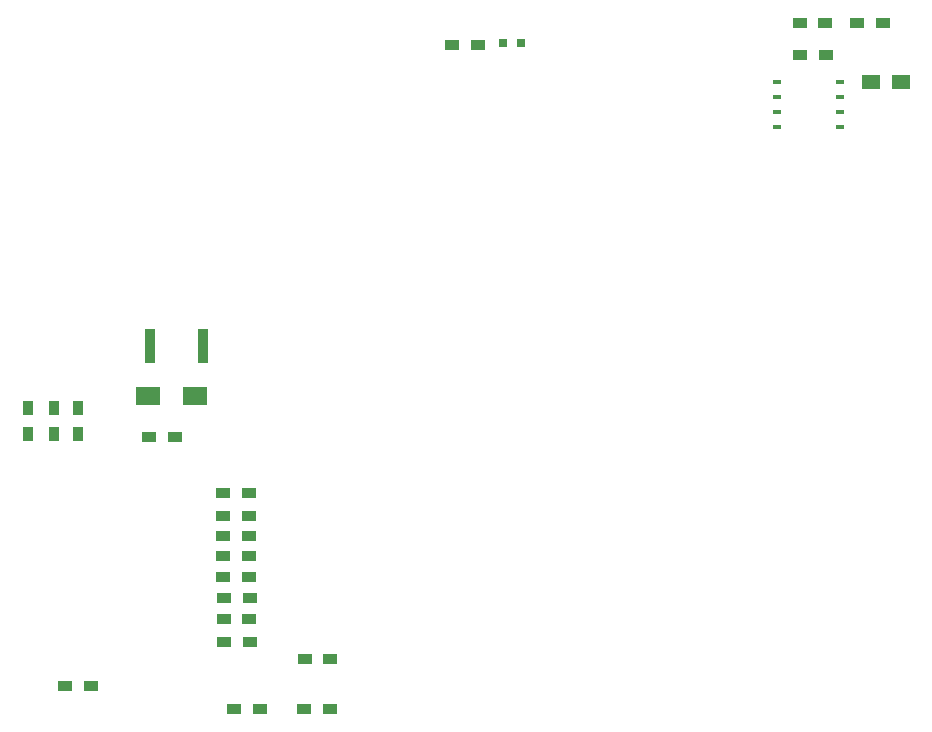
<source format=gbp>
G04 #@! TF.FileFunction,Paste,Bot*
%FSLAX46Y46*%
G04 Gerber Fmt 4.6, Leading zero omitted, Abs format (unit mm)*
G04 Created by KiCad (PCBNEW 4.0.3-stable) date 11/18/16 20:14:28*
%MOMM*%
%LPD*%
G01*
G04 APERTURE LIST*
%ADD10C,0.150000*%
%ADD11R,0.889000X2.921000*%
%ADD12R,0.797560X0.797560*%
%ADD13R,0.700000X0.420000*%
%ADD14R,0.700000X0.400000*%
%ADD15R,1.200000X0.900000*%
%ADD16R,0.900000X1.200000*%
%ADD17R,1.500000X1.250000*%
%ADD18R,2.000000X1.600000*%
G04 APERTURE END LIST*
D10*
D11*
X223499680Y-132679440D03*
X219054680Y-132679440D03*
D12*
X250441460Y-107083860D03*
X248942860Y-107083860D03*
D13*
X277435500Y-110308000D03*
X277435500Y-111578000D03*
X277435500Y-112848000D03*
X277435500Y-114118000D03*
D14*
X272115500Y-114128000D03*
D13*
X272115500Y-112858000D03*
X272115500Y-111588000D03*
X272115500Y-110318000D03*
D15*
X234332960Y-159214820D03*
X232132960Y-159214820D03*
X234302480Y-163451540D03*
X232102480Y-163451540D03*
X228353800Y-163410900D03*
X226153800Y-163410900D03*
X227449560Y-150512780D03*
X225249560Y-150512780D03*
D16*
X212958680Y-140137060D03*
X212958680Y-137937060D03*
D15*
X218991000Y-140362940D03*
X221191000Y-140362940D03*
X227500360Y-157731460D03*
X225300360Y-157731460D03*
X227401300Y-148805900D03*
X225201300Y-148805900D03*
X274078520Y-108071920D03*
X276278520Y-108071920D03*
D16*
X210921600Y-140137060D03*
X210921600Y-137937060D03*
D15*
X274042960Y-105323640D03*
X276242960Y-105323640D03*
D16*
X208681320Y-140106580D03*
X208681320Y-137906580D03*
D15*
X246799280Y-107175300D03*
X244599280Y-107175300D03*
X227474960Y-155816300D03*
X225274960Y-155816300D03*
X227495280Y-154023060D03*
X225295280Y-154023060D03*
X227454640Y-152260300D03*
X225254640Y-152260300D03*
X211879000Y-161467800D03*
X214079000Y-161467800D03*
X227414000Y-145122900D03*
X225214000Y-145122900D03*
X227426700Y-147091400D03*
X225226700Y-147091400D03*
X281089280Y-105346500D03*
X278889280Y-105346500D03*
D17*
X280133740Y-110357920D03*
X282633740Y-110357920D03*
D18*
X218865700Y-136956800D03*
X222865700Y-136956800D03*
M02*

</source>
